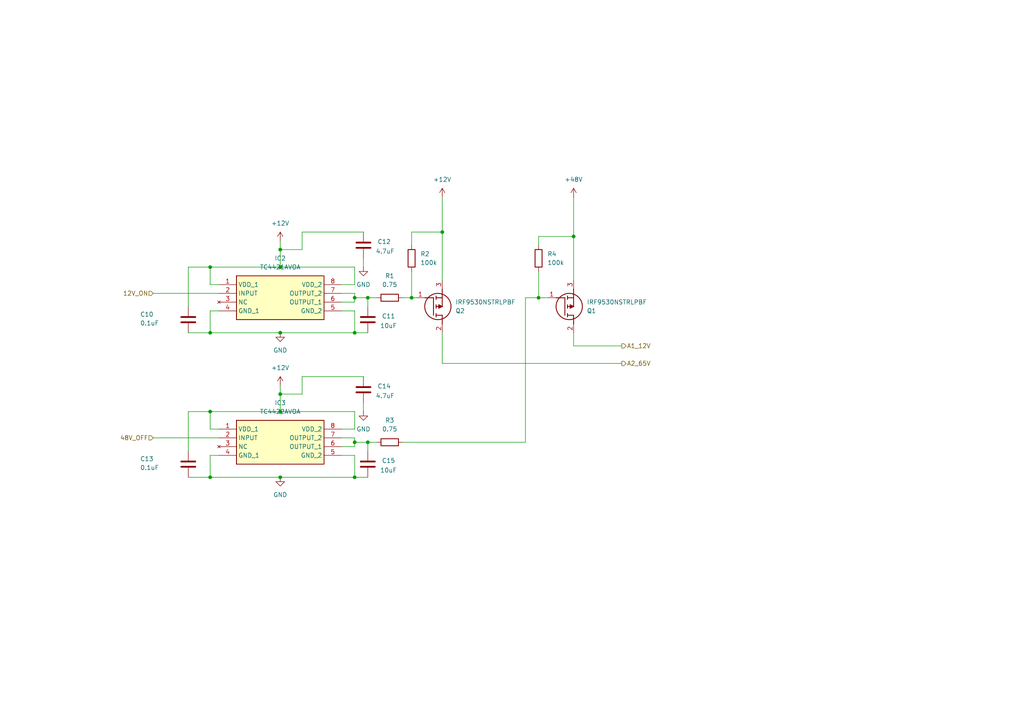
<source format=kicad_sch>
(kicad_sch (version 20231120) (generator "eeschema") (generator_version "8.0")
  (paper "A4")
  (lib_symbols
    (symbol "Device:C" (pin_numbers hide) (pin_names (offset 0.254))
      (property "Reference" "C" (at 0.635 2.54 0))
      (property "Value" "C" (at 0.635 -2.54 0))
      (symbol "C_0_1"
        (polyline (pts (xy -2.032 -0.762) (xy 2.032 -0.762)) (stroke (width 0.508)))
        (polyline (pts (xy -2.032 0.762) (xy 2.032 0.762)) (stroke (width 0.508)))
      )
      (symbol "C_1_1"
        (pin passive line (at 0 3.81 270) (length 2.794) (name "~") (number "1"))
        (pin passive line (at 0 -3.81 90) (length 2.794) (name "~") (number "2"))
      )
    )
    (symbol "Device:R" (pin_numbers hide) (pin_names (offset 0))
      (property "Reference" "R" (at 2.032 0 90))
      (property "Value" "R" (at 0 0 90))
      (symbol "R_0_1"
        (rectangle (start -1.016 -2.54) (end 1.016 2.54) (stroke (width 0.254)))
      )
      (symbol "R_1_1"
        (pin passive line (at 0 3.81 270) (length 1.27) (name "~") (number "1"))
        (pin passive line (at 0 -3.81 90) (length 1.27) (name "~") (number "2"))
      )
    )
    (symbol "IRF9530NSTRLPBF:IRF9530NSTRLPBF" (pin_names hide)
      (property "Reference" "Q" (at 11.43 3.81 0))
      (property "Value" "IRF9530NSTRLPBF" (at 11.43 1.27 0))
      (symbol "IRF9530NSTRLPBF_1_1"
        (polyline (pts (xy 2.54 0) (xy 5.08 0)) (stroke (width 0.254)))
        (polyline (pts (xy 5.08 5.08) (xy 5.08 0)) (stroke (width 0.254)))
        (polyline (pts (xy 5.842 -0.508) (xy 5.842 0.508)) (stroke (width 0.254)))
        (polyline (pts (xy 5.842 0) (xy 7.62 0)) (stroke (width 0.254)))
        (polyline (pts (xy 5.842 2.032) (xy 5.842 3.048)) (stroke (width 0.254)))
        (polyline (pts (xy 5.842 5.588) (xy 5.842 4.572)) (stroke (width 0.254)))
        (polyline (pts (xy 7.62 2.54) (xy 5.842 2.54)) (stroke (width 0.254)))
        (polyline (pts (xy 7.62 2.54) (xy 7.62 -2.54)) (stroke (width 0.254)))
        (polyline (pts (xy 7.62 5.08) (xy 5.842 5.08)) (stroke (width 0.254)))
        (polyline (pts (xy 7.62 5.08) (xy 7.62 7.62)) (stroke (width 0.254)))
        (polyline (pts (xy 7.62 2.54) (xy 6.604 3.048) (xy 6.604 2.032) (xy 7.62 2.54)) (stroke (width 0.254)) (fill (type outline)))
        (circle (center 6.35 2.54) (radius 3.81) (stroke (width 0.254)))
        (pin passive line (at 0 0 0) (length 2.54) (name "G") (number "1"))
        (pin passive line (at 7.62 10.16 270) (length 2.54) (name "D") (number "2"))
        (pin passive line (at 7.62 -5.08 90) (length 2.54) (name "S") (number "3"))
      )
    )
    (symbol "TC4422AVOA:TC4422AVOA"
      (property "Reference" "IC" (at 31.75 7.62 0))
      (property "Value" "TC4422AVOA" (at 31.75 5.08 0))
      (symbol "TC4422AVOA_1_1"
        (rectangle (start 5.08 2.54) (end 30.48 -10.16) (stroke (width 0.254)) (fill (type background)))
        (pin passive line (at 0 0 0) (length 5.08) (name "VDD_1") (number "1"))
        (pin passive line (at 0 -2.54 0) (length 5.08) (name "INPUT") (number "2"))
        (pin no_connect line (at 0 -5.08 0) (length 5.08) (name "NC") (number "3"))
        (pin passive line (at 0 -7.62 0) (length 5.08) (name "GND_1") (number "4"))
        (pin passive line (at 35.56 -7.62 180) (length 5.08) (name "GND_2") (number "5"))
        (pin passive line (at 35.56 -5.08 180) (length 5.08) (name "OUTPUT_1") (number "6"))
        (pin passive line (at 35.56 -2.54 180) (length 5.08) (name "OUTPUT_2") (number "7"))
        (pin passive line (at 35.56 0 180) (length 5.08) (name "VDD_2") (number "8"))
      )
    )
    (symbol "power:+12V" (power) (pin_numbers hide) (pin_names (offset 0) hide)
      (property "Value" "+12V" (at 0 3.556 0))
      (symbol "+12V_0_1"
        (polyline (pts (xy -0.762 1.27) (xy 0 2.54)))
        (polyline (pts (xy 0 0) (xy 0 2.54)))
        (polyline (pts (xy 0 2.54) (xy 0.762 1.27)))
      )
      (symbol "+12V_1_1"
        (pin power_in line (at 0 0 90) (length 0) (name "~") (number "1"))
      )
    )
    (symbol "power:+48V" (power) (pin_numbers hide) (pin_names (offset 0) hide)
      (property "Value" "+48V" (at 0 3.556 0))
      (symbol "+48V_0_1"
        (polyline (pts (xy -0.762 1.27) (xy 0 2.54)))
        (polyline (pts (xy 0 0) (xy 0 2.54)))
        (polyline (pts (xy 0 2.54) (xy 0.762 1.27)))
      )
      (symbol "+48V_1_1"
        (pin power_in line (at 0 0 90) (length 0) (name "~") (number "1"))
      )
    )
    (symbol "power:GND" (power) (pin_numbers hide) (pin_names (offset 0) hide)
      (property "Value" "GND" (at 0 -3.81 0))
      (symbol "GND_0_1"
        (polyline (pts (xy 0 0) (xy 0 -1.27) (xy 1.27 -1.27) (xy 0 -2.54) (xy -1.27 -1.27) (xy 0 -1.27)))
      )
      (symbol "GND_1_1"
        (pin power_in line (at 0 0 270) (length 0) (name "~") (number "1"))
      )
    )
  )
  (junction (at 119.38 86.36))
  (junction (at 60.96 77.47))
  (junction (at 128.27 67.31))
  (junction (at 156.21 86.36))
  (junction (at 102.87 138.43))
  (junction (at 81.28 77.47))
  (junction (at 106.68 128.27))
  (junction (at 81.28 72.39))
  (junction (at 106.68 86.36))
  (junction (at 60.96 138.43))
  (junction (at 81.28 138.43))
  (junction (at 60.96 119.38))
  (junction (at 60.96 96.52))
  (junction (at 166.37 68.58))
  (junction (at 81.28 114.3))
  (junction (at 102.87 86.36))
  (junction (at 102.87 128.27))
  (junction (at 81.28 96.52))
  (junction (at 81.28 119.38))
  (junction (at 102.87 96.52))
  (wire (pts (xy 60.96 138.43) (xy 81.28 138.43)))
  (wire (pts (xy 166.37 96.52) (xy 166.37 100.33)))
  (wire (pts (xy 44.45 127) (xy 63.5 127)))
  (wire (pts (xy 87.63 67.31) (xy 87.63 72.39)))
  (wire (pts (xy 102.87 124.46) (xy 99.06 124.46)))
  (wire (pts (xy 156.21 71.12) (xy 156.21 68.58)))
  (wire (pts (xy 102.87 90.17) (xy 102.87 96.52)))
  (wire (pts (xy 54.61 77.47) (xy 60.96 77.47)))
  (wire (pts (xy 99.06 127) (xy 102.87 127)))
  (wire (pts (xy 102.87 86.36) (xy 106.68 86.36)))
  (wire (pts (xy 99.06 85.09) (xy 102.87 85.09)))
  (wire (pts (xy 105.41 74.93) (xy 105.41 77.47)))
  (wire (pts (xy 60.96 119.38) (xy 81.28 119.38)))
  (wire (pts (xy 152.4 86.36) (xy 156.21 86.36)))
  (wire (pts (xy 105.41 67.31) (xy 87.63 67.31)))
  (wire (pts (xy 106.68 86.36) (xy 106.68 88.9)))
  (wire (pts (xy 156.21 68.58) (xy 166.37 68.58)))
  (wire (pts (xy 60.96 132.08) (xy 60.96 138.43)))
  (wire (pts (xy 102.87 128.27) (xy 106.68 128.27)))
  (wire (pts (xy 87.63 109.22) (xy 87.63 114.3)))
  (wire (pts (xy 116.84 86.36) (xy 119.38 86.36)))
  (wire (pts (xy 54.61 96.52) (xy 60.96 96.52)))
  (wire (pts (xy 105.41 109.22) (xy 87.63 109.22)))
  (wire (pts (xy 99.06 87.63) (xy 102.87 87.63)))
  (wire (pts (xy 102.87 128.27) (xy 102.87 129.54)))
  (wire (pts (xy 81.28 111.76) (xy 81.28 114.3)))
  (wire (pts (xy 60.96 90.17) (xy 60.96 96.52)))
  (wire (pts (xy 54.61 88.9) (xy 54.61 77.47)))
  (wire (pts (xy 128.27 105.41) (xy 128.27 96.52)))
  (wire (pts (xy 119.38 78.74) (xy 119.38 86.36)))
  (wire (pts (xy 81.28 119.38) (xy 102.87 119.38)))
  (wire (pts (xy 156.21 78.74) (xy 156.21 86.36)))
  (wire (pts (xy 106.68 128.27) (xy 109.22 128.27)))
  (wire (pts (xy 105.41 116.84) (xy 105.41 119.38)))
  (wire (pts (xy 60.96 132.08) (xy 63.5 132.08)))
  (wire (pts (xy 102.87 96.52) (xy 106.68 96.52)))
  (wire (pts (xy 81.28 69.85) (xy 81.28 72.39)))
  (wire (pts (xy 102.87 127) (xy 102.87 128.27)))
  (wire (pts (xy 87.63 72.39) (xy 81.28 72.39)))
  (wire (pts (xy 102.87 86.36) (xy 102.87 87.63)))
  (wire (pts (xy 54.61 119.38) (xy 60.96 119.38)))
  (wire (pts (xy 106.68 86.36) (xy 109.22 86.36)))
  (wire (pts (xy 102.87 85.09) (xy 102.87 86.36)))
  (wire (pts (xy 63.5 124.46) (xy 60.96 124.46)))
  (wire (pts (xy 81.28 138.43) (xy 102.87 138.43)))
  (wire (pts (xy 119.38 67.31) (xy 128.27 67.31)))
  (wire (pts (xy 81.28 72.39) (xy 81.28 77.47)))
  (wire (pts (xy 54.61 130.81) (xy 54.61 119.38)))
  (wire (pts (xy 128.27 57.15) (xy 128.27 67.31)))
  (wire (pts (xy 166.37 68.58) (xy 166.37 81.28)))
  (wire (pts (xy 102.87 132.08) (xy 102.87 138.43)))
  (wire (pts (xy 60.96 124.46) (xy 60.96 119.38)))
  (wire (pts (xy 102.87 82.55) (xy 99.06 82.55)))
  (wire (pts (xy 99.06 90.17) (xy 102.87 90.17)))
  (wire (pts (xy 102.87 138.43) (xy 106.68 138.43)))
  (wire (pts (xy 102.87 119.38) (xy 102.87 124.46)))
  (wire (pts (xy 152.4 128.27) (xy 152.4 86.36)))
  (wire (pts (xy 60.96 96.52) (xy 81.28 96.52)))
  (wire (pts (xy 166.37 57.15) (xy 166.37 68.58)))
  (wire (pts (xy 44.45 85.09) (xy 63.5 85.09)))
  (wire (pts (xy 81.28 96.52) (xy 102.87 96.52)))
  (wire (pts (xy 99.06 129.54) (xy 102.87 129.54)))
  (wire (pts (xy 60.96 90.17) (xy 63.5 90.17)))
  (wire (pts (xy 54.61 138.43) (xy 60.96 138.43)))
  (wire (pts (xy 116.84 128.27) (xy 152.4 128.27)))
  (wire (pts (xy 128.27 105.41) (xy 180.34 105.41)))
  (wire (pts (xy 81.28 77.47) (xy 102.87 77.47)))
  (wire (pts (xy 156.21 86.36) (xy 158.75 86.36)))
  (wire (pts (xy 81.28 114.3) (xy 81.28 119.38)))
  (wire (pts (xy 180.34 100.33) (xy 166.37 100.33)))
  (wire (pts (xy 60.96 77.47) (xy 81.28 77.47)))
  (wire (pts (xy 102.87 77.47) (xy 102.87 82.55)))
  (wire (pts (xy 106.68 128.27) (xy 106.68 130.81)))
  (wire (pts (xy 119.38 86.36) (xy 120.65 86.36)))
  (wire (pts (xy 99.06 132.08) (xy 102.87 132.08)))
  (wire (pts (xy 87.63 114.3) (xy 81.28 114.3)))
  (wire (pts (xy 60.96 82.55) (xy 60.96 77.47)))
  (wire (pts (xy 63.5 82.55) (xy 60.96 82.55)))
  (wire (pts (xy 128.27 67.31) (xy 128.27 81.28)))
  (wire (pts (xy 119.38 71.12) (xy 119.38 67.31)))
  (hierarchical_label "A1_12V" (shape output) (at 180.34 100.33 0))
  (hierarchical_label "12V_ON" (shape input) (at 44.45 85.09 180))
  (hierarchical_label "48V_OFF" (shape input) (at 44.45 127 180))
  (hierarchical_label "A2_65V" (shape output) (at 180.34 105.41 0))
  (symbol (lib_id "IRF9530NSTRLPBF:IRF9530NSTRLPBF") (at 158.75 86.36 0) (mirror x) (unit 1)
    (property "Reference" "Q1" (at 170.18 90.1701 0) (effects (justify left)))
    (property "Value" "IRF9530NSTRLPBF" (at 170.18 87.6301 0) (effects (justify left)))
    (property "Footprint" "IRF9530N:IRF9530NSTRLPBF" (effects (hide yes)))
    (property "Datasheet" "https://www.infineon.com/dgdl/irf9530nspbf.pdf?fileId=5546d462533600a401535611c2011dc3" (effects (hide yes)))
    (property "Description" "MOSFET MOSFT PCh -100V -14A 200mOhm 38.7nC" (effects (hide yes)))
    (property "Height" "5.084" (effects (hide yes)))
    (property "Mouser Part Number" "942-IRF9530NSTRLPBF" (effects (hide yes)))
    (property "Mouser Price/Stock" "https://www.mouser.co.uk/ProductDetail/Infineon-Technologies/IRF9530NSTRLPBF?qs=9%252BKlkBgLFf007N4dr9AaRw%3D%3D" (effects (hide yes)))
    (property "Manufacturer_Name" "Infineon" (effects (hide yes)))
    (property "Manufacturer_Part_Number" "IRF9530NSTRLPBF" (effects (hide yes)))
  )
  (symbol (lib_id "Device:C") (at 106.68 92.71 0) (unit 1)
    (property "Reference" "C11" (at 110.744 91.694 0) (effects (justify left)))
    (property "Value" "10uF" (at 110.236 94.488 0) (effects (justify left)))
    (property "Footprint" "Capacitor_SMD:C_0402_1005Metric" (effects (hide yes)))
    (property "Description" "Unpolarized capacitor" (effects (hide yes)))
  )
  (symbol (lib_id "Device:R") (at 119.38 74.93 180) (unit 1)
    (property "Reference" "R2" (at 121.92 73.6599 0) (effects (justify right)))
    (property "Value" "100k" (at 121.92 76.1999 0) (effects (justify right)))
    (property "Footprint" "Capacitor_SMD:C_0402_1005Metric" (effects (hide yes)))
    (property "Description" "Resistor" (effects (hide yes)))
  )
  (symbol (lib_id "power:+12V") (at 81.28 111.76 0) (unit 1)
    (property "Reference" "#PWR010" (effects (hide yes)))
    (property "Value" "+12V" (at 81.28 106.68 0))
    (property "Description" "Power symbol creates a global label with name \"+12V\"" (effects (hide yes)))
  )
  (symbol (lib_id "Device:C") (at 106.68 134.62 0) (unit 1)
    (property "Reference" "C15" (at 110.744 133.604 0) (effects (justify left)))
    (property "Value" "10uF" (at 110.236 136.398 0) (effects (justify left)))
    (property "Footprint" "Capacitor_SMD:C_0402_1005Metric" (effects (hide yes)))
    (property "Description" "Unpolarized capacitor" (effects (hide yes)))
  )
  (symbol (lib_id "IRF9530NSTRLPBF:IRF9530NSTRLPBF") (at 120.65 86.36 0) (mirror x) (unit 1)
    (property "Reference" "Q2" (at 132.08 90.1701 0) (effects (justify left)))
    (property "Value" "IRF9530NSTRLPBF" (at 132.08 87.6301 0) (effects (justify left)))
    (property "Footprint" "IRF9530N:IRF9530NSTRLPBF" (effects (hide yes)))
    (property "Datasheet" "https://www.infineon.com/dgdl/irf9530nspbf.pdf?fileId=5546d462533600a401535611c2011dc3" (effects (hide yes)))
    (property "Description" "MOSFET MOSFT PCh -100V -14A 200mOhm 38.7nC" (effects (hide yes)))
    (property "Height" "5.084" (effects (hide yes)))
    (property "Mouser Part Number" "942-IRF9530NSTRLPBF" (effects (hide yes)))
    (property "Mouser Price/Stock" "https://www.mouser.co.uk/ProductDetail/Infineon-Technologies/IRF9530NSTRLPBF?qs=9%252BKlkBgLFf007N4dr9AaRw%3D%3D" (effects (hide yes)))
    (property "Manufacturer_Name" "Infineon" (effects (hide yes)))
    (property "Manufacturer_Part_Number" "IRF9530NSTRLPBF" (effects (hide yes)))
  )
  (symbol (lib_id "TC4422AVOA:TC4422AVOA") (at 63.5 124.46 0) (unit 1)
    (property "Reference" "IC3" (at 81.28 116.84 0))
    (property "Value" "TC4422AVOA" (at 81.28 119.38 0))
    (property "Footprint" "FPGA_PCB:TC4422SOIC127P600X175-8N" (effects (hide yes)))
    (property "Datasheet" "http://ww1.microchip.com/downloads/en/DeviceDoc/21946B.pdf" (effects (hide yes)))
    (property "Description" "Low-Side Gate Driver IC Non-Inverting 8-SOIC" (effects (hide yes)))
    (property "Height" "1.75" (effects (hide yes)))
    (property "Mouser Part Number" "579-TC4422AVOA" (effects (hide yes)))
    (property "Mouser Price/Stock" "https://www.mouser.co.uk/ProductDetail/Microchip-Technology/TC4422AVOA?qs=n%2FfJlMG9rCZBk%252B8yYo056w%3D%3D" (effects (hide yes)))
    (property "Manufacturer_Name" "Microchip" (effects (hide yes)))
    (property "Manufacturer_Part_Number" "TC4422AVOA" (effects (hide yes)))
  )
  (symbol (lib_id "Device:C") (at 105.41 113.03 0) (unit 1)
    (property "Reference" "C14" (at 109.474 112.014 0) (effects (justify left)))
    (property "Value" "4.7uF" (at 108.966 114.808 0) (effects (justify left)))
    (property "Footprint" "Capacitor_SMD:C_0402_1005Metric" (effects (hide yes)))
    (property "Description" "Unpolarized capacitor" (effects (hide yes)))
  )
  (symbol (lib_id "power:+12V") (at 128.27 57.15 0) (unit 1)
    (property "Reference" "#PWR05" (effects (hide yes)))
    (property "Value" "+12V" (at 128.27 52.07 0))
    (property "Description" "Power symbol creates a global label with name \"+12V\"" (effects (hide yes)))
  )
  (symbol (lib_id "power:+12V") (at 81.28 69.85 0) (unit 1)
    (property "Reference" "#PWR08" (effects (hide yes)))
    (property "Value" "+12V" (at 81.28 64.77 0))
    (property "Description" "Power symbol creates a global label with name \"+12V\"" (effects (hide yes)))
  )
  (symbol (lib_id "Device:C") (at 54.61 92.71 0) (unit 1)
    (property "Reference" "C10" (at 40.64 91.186 0) (effects (justify left)))
    (property "Value" "0.1uF" (at 40.64 93.726 0) (effects (justify left)))
    (property "Footprint" "Capacitor_SMD:C_0402_1005Metric" (effects (hide yes)))
    (property "Description" "Unpolarized capacitor" (effects (hide yes)))
  )
  (symbol (lib_id "Device:C") (at 105.41 71.12 0) (unit 1)
    (property "Reference" "C12" (at 109.474 70.104 0) (effects (justify left)))
    (property "Value" "4.7uF" (at 108.966 72.898 0) (effects (justify left)))
    (property "Footprint" "Capacitor_SMD:C_0402_1005Metric" (effects (hide yes)))
    (property "Description" "Unpolarized capacitor" (effects (hide yes)))
  )
  (symbol (lib_id "power:GND") (at 105.41 119.38 0) (unit 1)
    (property "Reference" "#PWR012" (effects (hide yes)))
    (property "Value" "GND" (at 105.41 124.46 0))
    (property "Description" "Power symbol creates a global label with name \"GND\" , ground" (effects (hide yes)))
  )
  (symbol (lib_id "Device:R") (at 113.03 86.36 90) (unit 1)
    (property "Reference" "R1" (at 113.03 80.01 90))
    (property "Value" "0.75" (at 113.03 82.55 90))
    (property "Footprint" "Capacitor_SMD:C_0402_1005Metric" (effects (hide yes)))
    (property "Description" "Resistor" (effects (hide yes)))
  )
  (symbol (lib_id "power:GND") (at 81.28 96.52 0) (unit 1)
    (property "Reference" "#PWR07" (effects (hide yes)))
    (property "Value" "GND" (at 81.28 101.6 0))
    (property "Description" "Power symbol creates a global label with name \"GND\" , ground" (effects (hide yes)))
  )
  (symbol (lib_id "TC4422AVOA:TC4422AVOA") (at 63.5 82.55 0) (unit 1)
    (property "Reference" "IC2" (at 81.28 74.93 0))
    (property "Value" "TC4421AVOA" (at 81.28 77.47 0))
    (property "Footprint" "FPGA_PCB:TC4422SOIC127P600X175-8N" (effects (hide yes)))
    (property "Datasheet" "http://ww1.microchip.com/downloads/en/DeviceDoc/21946B.pdf" (effects (hide yes)))
    (property "Description" "Low-Side Gate Driver IC Non-Inverting 8-SOIC" (effects (hide yes)))
    (property "Height" "1.75" (effects (hide yes)))
    (property "Mouser Part Number" "579-TC4422AVOA" (effects (hide yes)))
    (property "Mouser Price/Stock" "https://www.mouser.co.uk/ProductDetail/Microchip-Technology/TC4422AVOA?qs=n%2FfJlMG9rCZBk%252B8yYo056w%3D%3D" (effects (hide yes)))
    (property "Manufacturer_Name" "Microchip" (effects (hide yes)))
    (property "Manufacturer_Part_Number" "TC4422AVOA" (effects (hide yes)))
  )
  (symbol (lib_id "Device:R") (at 113.03 128.27 90) (unit 1)
    (property "Reference" "R3" (at 113.03 121.92 90))
    (property "Value" "0.75" (at 113.03 124.46 90))
    (property "Footprint" "Capacitor_SMD:C_0402_1005Metric" (effects (hide yes)))
    (property "Description" "Resistor" (effects (hide yes)))
  )
  (symbol (lib_id "power:GND") (at 81.28 138.43 0) (unit 1)
    (property "Reference" "#PWR011" (effects (hide yes)))
    (property "Value" "GND" (at 81.28 143.51 0))
    (property "Description" "Power symbol creates a global label with name \"GND\" , ground" (effects (hide yes)))
  )
  (symbol (lib_id "Device:R") (at 156.21 74.93 180) (unit 1)
    (property "Reference" "R4" (at 158.75 73.6599 0) (effects (justify right)))
    (property "Value" "100k" (at 158.75 76.1999 0) (effects (justify right)))
    (property "Footprint" "Capacitor_SMD:C_0402_1005Metric" (effects (hide yes)))
    (property "Description" "Resistor" (effects (hide yes)))
  )
  (symbol (lib_id "Device:C") (at 54.61 134.62 0) (unit 1)
    (property "Reference" "C13" (at 40.64 133.096 0) (effects (justify left)))
    (property "Value" "0.1uF" (at 40.64 135.636 0) (effects (justify left)))
    (property "Footprint" "Capacitor_SMD:C_0402_1005Metric" (effects (hide yes)))
    (property "Description" "Unpolarized capacitor" (effects (hide yes)))
  )
  (symbol (lib_id "power:GND") (at 105.41 77.47 0) (unit 1)
    (property "Reference" "#PWR09" (effects (hide yes)))
    (property "Value" "GND" (at 105.41 82.55 0))
    (property "Description" "Power symbol creates a global label with name \"GND\" , ground" (effects (hide yes)))
  )
  (symbol (lib_id "power:+48V") (at 166.37 57.15 0) (unit 1)
    (property "Reference" "#PWR06" (effects (hide yes)))
    (property "Value" "+48V" (at 166.37 52.07 0))
    (property "Description" "Power symbol creates a global label with name \"+48V\"" (effects (hide yes)))
  )
)
</source>
